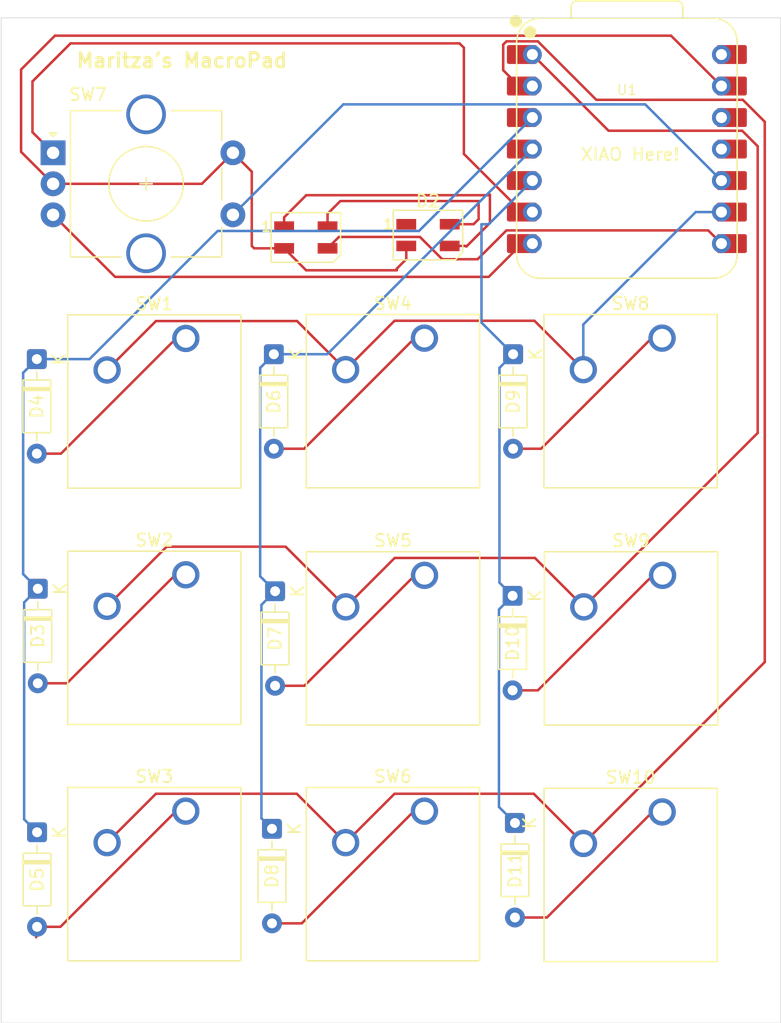
<source format=kicad_pcb>
(kicad_pcb (version 20241229) (generator "pcbnew") (generator_version "9.0")
  (layers (0 "F.Cu" signal) (2 "B.Cu" signal) (13 "F.Paste" user) (15 "B.Paste" user) (5 "F.SilkS" user "F.Silkscreen") (7 "B.SilkS" user "B.Silkscreen") (1 "F.Mask" user) (3 "B.Mask" user) (25 "Edge.Cuts" user))
  (net 0 "")
  (net 1 "Net-(D1-DOUT)")
  (net 2 "+5V")
  (net 3 "Net-(D1-DIN)")
  (net 4 "Net-(D3-K)")
  (net 5 "Net-(D3-A)")
  (net 6 "Net-(D4-A)")
  (net 7 "Net-(D5-A)")
  (net 8 "Net-(D6-K)")
  (net 9 "Net-(D6-A)")
  (net 10 "Net-(D7-A)")
  (net 11 "Net-(D8-A)")
  (net 12 "Net-(D10-K)")
  (net 13 "Net-(D9-A)")
  (net 14 "Net-(D10-A)")
  (net 15 "Net-(D11-A)")
  (net 16 "Net-(U1-GPIO2{slash}SCK)")
  (net 17 "Net-(U1-GPIO26{slash}ADC0{slash}A0)")
  (net 18 "Net-(U1-GPIO27{slash}ADC1{slash}A1)")
  (net 23 "Net-(U1-GPIO0{slash}TX)")
  (net 24 "Net-(U1-GPIO7{slash}SCL)")
  (net 25 "Net-(U1-GPIO4{slash}MISO)")
  (net 26 "Net-(D1-VSS)")
  (footprint "Diode_THT:D_DO-35_SOD27_P7.62mm_Horizontal" (layer "F.Cu") (at 111.99 120.45 -90)
    (property "Reference" "D5" (at 3.81 0 90) (layer "F.SilkS"))
    (property "Value" "1N4148")
    (fp_line (start 1.04 0) (end 1.69 0) (stroke (width 0.12)) (layer "F.SilkS"))
    (fp_line (start 6.58 0) (end 5.93 0) (stroke (width 0.12)) (layer "F.SilkS"))
    (fp_line (start 2.29 -1.12) (end 2.29 1.12) (stroke (width 0.12)) (layer "F.SilkS"))
    (fp_line (start 2.41 -1.12) (end 2.41 1.12) (stroke (width 0.12)) (layer "F.SilkS"))
    (fp_line (start 2.53 -1.12) (end 2.53 1.12) (stroke (width 0.12)) (layer "F.SilkS"))
    (fp_rect (start 1.69 -1.12) (end 5.93 1.12) (stroke (width 0.12)) (fill no) (layer "F.SilkS"))
    (fp_text user "K" (at 0 -1.8 90) (layer "F.SilkS"))
    (pad "1" thru_hole roundrect (at 0 0 270) (size 1.6 1.6) (drill 0.8) (layers "*.Cu" "*.Mask") (roundrect_rratio 0.15625) (net 4 "Net-(D3-K)"))
    (pad "2" thru_hole circle (at 7.62 0 270) (size 1.6 1.6) (drill 0.8) (layers "*.Cu" "*.Mask") (net 7 "Net-(D5-A)"))
  )
  (footprint "Button_Switch_Keyboard:SW_Cherry_MX_1.00u_PCB" (layer "F.Cu") (at 123.98375 80.645)
    (property "Reference" "SW1" (at -2.54 -2.794 0) (layer "F.SilkS"))
    (property "Value" "SW_Push")
    (fp_line (start -9.525 -1.905) (end 4.445 -1.905) (stroke (width 0.12)) (layer "F.SilkS"))
    (fp_line (start -9.525 12.065) (end -9.525 -1.905) (stroke (width 0.12)) (layer "F.SilkS"))
    (fp_line (start 4.445 -1.905) (end 4.445 12.065) (stroke (width 0.12)) (layer "F.SilkS"))
    (fp_line (start 4.445 12.065) (end -9.525 12.065) (stroke (width 0.12)) (layer "F.SilkS"))
    (pad "" np_thru_hole circle (at -7.62 5.08) (size 1.7 1.7) (drill 1.7) (layers "*.Cu" "*.Mask"))
    (pad "" np_thru_hole circle (at -2.54 5.08) (size 4 4) (drill 4) (layers "*.Cu" "*.Mask"))
    (pad "" np_thru_hole circle (at 2.54 5.08) (size 1.7 1.7) (drill 1.7) (layers "*.Cu" "*.Mask"))
    (pad "1" thru_hole circle (at 0 0) (size 2.2 2.2) (drill 1.5) (layers "*.Cu" "*.Mask") (net 6 "Net-(D4-A)"))
    (pad "2" thru_hole circle (at -6.35 2.54) (size 2.2 2.2) (drill 1.5) (layers "*.Cu" "*.Mask") (net 16 "Net-(U1-GPIO2{slash}SCK)"))
  )
  (footprint "Diode_THT:D_DO-35_SOD27_P7.62mm_Horizontal" (layer "F.Cu") (at 131.08 81.915 -90)
    (property "Reference" "D6" (at 3.81 0 90) (layer "F.SilkS"))
    (property "Value" "1N4148")
    (fp_line (start 1.04 0) (end 1.69 0) (stroke (width 0.12)) (layer "F.SilkS"))
    (fp_line (start 6.58 0) (end 5.93 0) (stroke (width 0.12)) (layer "F.SilkS"))
    (fp_line (start 2.29 -1.12) (end 2.29 1.12) (stroke (width 0.12)) (layer "F.SilkS"))
    (fp_line (start 2.41 -1.12) (end 2.41 1.12) (stroke (width 0.12)) (layer "F.SilkS"))
    (fp_line (start 2.53 -1.12) (end 2.53 1.12) (stroke (width 0.12)) (layer "F.SilkS"))
    (fp_rect (start 1.69 -1.12) (end 5.93 1.12) (stroke (width 0.12)) (fill no) (layer "F.SilkS"))
    (fp_text user "K" (at 0 -1.8 90) (layer "F.SilkS"))
    (pad "1" thru_hole roundrect (at 0 0 270) (size 1.6 1.6) (drill 0.8) (layers "*.Cu" "*.Mask") (roundrect_rratio 0.15625) (net 8 "Net-(D6-K)"))
    (pad "2" thru_hole circle (at 7.62 0 270) (size 1.6 1.6) (drill 0.8) (layers "*.Cu" "*.Mask") (net 9 "Net-(D6-A)"))
  )
  (footprint "Rotary_Encoder:RotaryEncoder_Alps_EC11E-Switch_Vertical_H20mm_CircularMountingHoles" (layer "F.Cu") (at 113.28 65.68)
    (property "Reference" "SW7" (at 2.8 -4.7 0) (layer "F.SilkS"))
    (property "Value" "RotaryEncoder_Switch")
    (fp_line (start -0.3 -1.6) (end 0.3 -1.6) (stroke (width 0.12)) (layer "F.SilkS"))
    (fp_line (start 0 -1.3) (end -0.3 -1.6) (stroke (width 0.12)) (layer "F.SilkS"))
    (fp_line (start 0.3 -1.6) (end 0 -1.3) (stroke (width 0.12)) (layer "F.SilkS"))
    (fp_line (start 1.4 -3.4) (end 1.4 8.4) (stroke (width 0.12)) (layer "F.SilkS"))
    (fp_line (start 5.5 -3.4) (end 1.4 -3.4) (stroke (width 0.12)) (layer "F.SilkS"))
    (fp_line (start 5.5 8.4) (end 1.4 8.4) (stroke (width 0.12)) (layer "F.SilkS"))
    (fp_line (start 7 2.5) (end 8 2.5) (stroke (width 0.12)) (layer "F.SilkS"))
    (fp_line (start 7.5 2) (end 7.5 3) (stroke (width 0.12)) (layer "F.SilkS"))
    (fp_line (start 9.5 -3.4) (end 13.6 -3.4) (stroke (width 0.12)) (layer "F.SilkS"))
    (fp_line (start 13.6 -3.4) (end 13.6 -1) (stroke (width 0.12)) (layer "F.SilkS"))
    (fp_line (start 13.6 1.2) (end 13.6 3.8) (stroke (width 0.12)) (layer "F.SilkS"))
    (fp_line (start 13.6 6) (end 13.6 8.4) (stroke (width 0.12)) (layer "F.SilkS"))
    (fp_line (start 13.6 8.4) (end 9.5 8.4) (stroke (width 0.12)) (layer "F.SilkS"))
    (fp_circle (center 7.5 2.5) (end 10.5 2.5) (stroke (width 0.12)) (fill no) (layer "F.SilkS"))
    (pad "A" thru_hole rect (at 0 0) (size 2 2) (drill 1) (layers "*.Cu" "*.Mask") (net 24 "Net-(U1-GPIO7{slash}SCL)"))
    (pad "B" thru_hole circle (at 0 5) (size 2 2) (drill 1) (layers "*.Cu" "*.Mask") (net 23 "Net-(U1-GPIO0{slash}TX)"))
    (pad "C" thru_hole circle (at 0 2.5) (size 2 2) (drill 1) (layers "*.Cu" "*.Mask") (net 26 "Net-(D1-VSS)"))
    (pad "MP" thru_hole circle (at 7.5 -3.1) (size 3.2 3.2) (drill 2.6) (layers "*.Cu" "*.Mask"))
    (pad "MP" thru_hole circle (at 7.5 8.1) (size 3.2 3.2) (drill 2.6) (layers "*.Cu" "*.Mask"))
    (pad "S1" thru_hole circle (at 14.5 5) (size 2 2) (drill 1) (layers "*.Cu" "*.Mask") (net 25 "Net-(U1-GPIO4{slash}MISO)"))
    (pad "S2" thru_hole circle (at 14.5 0) (size 2 2) (drill 1) (layers "*.Cu" "*.Mask") (net 26 "Net-(D1-VSS)"))
  )
  (footprint "Diode_THT:D_DO-35_SOD27_P7.62mm_Horizontal" (layer "F.Cu") (at 150.33 101.39 -90)
    (property "Reference" "D10" (at 3.81 0 90) (layer "F.SilkS"))
    (property "Value" "1N4148")
    (fp_line (start 1.04 0) (end 1.69 0) (stroke (width 0.12)) (layer "F.SilkS"))
    (fp_line (start 6.58 0) (end 5.93 0) (stroke (width 0.12)) (layer "F.SilkS"))
    (fp_line (start 2.29 -1.12) (end 2.29 1.12) (stroke (width 0.12)) (layer "F.SilkS"))
    (fp_line (start 2.41 -1.12) (end 2.41 1.12) (stroke (width 0.12)) (layer "F.SilkS"))
    (fp_line (start 2.53 -1.12) (end 2.53 1.12) (stroke (width 0.12)) (layer "F.SilkS"))
    (fp_rect (start 1.69 -1.12) (end 5.93 1.12) (stroke (width 0.12)) (fill no) (layer "F.SilkS"))
    (fp_text user "K" (at 0 -1.8 90) (layer "F.SilkS"))
    (pad "1" thru_hole roundrect (at 0 0 270) (size 1.6 1.6) (drill 0.8) (layers "*.Cu" "*.Mask") (roundrect_rratio 0.15625) (net 12 "Net-(D10-K)"))
    (pad "2" thru_hole circle (at 7.62 0 270) (size 1.6 1.6) (drill 0.8) (layers "*.Cu" "*.Mask") (net 14 "Net-(D10-A)"))
  )
  (footprint "Diode_THT:D_DO-35_SOD27_P7.62mm_Horizontal" (layer "F.Cu") (at 150.52 119.7 -90)
    (property "Reference" "D11" (at 3.81 0 90) (layer "F.SilkS"))
    (property "Value" "1N4148")
    (fp_line (start 1.04 0) (end 1.69 0) (stroke (width 0.12)) (layer "F.SilkS"))
    (fp_line (start 6.58 0) (end 5.93 0) (stroke (width 0.12)) (layer "F.SilkS"))
    (fp_line (start 2.29 -1.12) (end 2.29 1.12) (stroke (width 0.12)) (layer "F.SilkS"))
    (fp_line (start 2.41 -1.12) (end 2.41 1.12) (stroke (width 0.12)) (layer "F.SilkS"))
    (fp_line (start 2.53 -1.12) (end 2.53 1.12) (stroke (width 0.12)) (layer "F.SilkS"))
    (fp_rect (start 1.69 -1.12) (end 5.93 1.12) (stroke (width 0.12)) (fill no) (layer "F.SilkS"))
    (fp_text user "K" (at 0 -1.18 90) (layer "F.SilkS"))
    (pad "1" thru_hole roundrect (at 0 0 270) (size 1.6 1.6) (drill 0.8) (layers "*.Cu" "*.Mask") (roundrect_rratio 0.15625) (net 12 "Net-(D10-K)"))
    (pad "2" thru_hole circle (at 7.62 0 270) (size 1.6 1.6) (drill 0.8) (layers "*.Cu" "*.Mask") (net 15 "Net-(D11-A)"))
  )
  (footprint "Button_Switch_Keyboard:SW_Cherry_MX_1.00u_PCB" (layer "F.Cu") (at 143.23 99.74)
    (property "Reference" "SW5" (at -2.54 -2.794 0) (layer "F.SilkS"))
    (property "Value" "SW_Push")
    (fp_line (start -9.525 -1.905) (end 4.445 -1.905) (stroke (width 0.12)) (layer "F.SilkS"))
    (fp_line (start -9.525 12.065) (end -9.525 -1.905) (stroke (width 0.12)) (layer "F.SilkS"))
    (fp_line (start 4.445 -1.905) (end 4.445 12.065) (stroke (width 0.12)) (layer "F.SilkS"))
    (fp_line (start 4.445 12.065) (end -9.525 12.065) (stroke (width 0.12)) (layer "F.SilkS"))
    (pad "" np_thru_hole circle (at -7.62 5.08) (size 1.7 1.7) (drill 1.7) (layers "*.Cu" "*.Mask"))
    (pad "" np_thru_hole circle (at -2.54 5.08) (size 4 4) (drill 4) (layers "*.Cu" "*.Mask"))
    (pad "" np_thru_hole circle (at 2.54 5.08) (size 1.7 1.7) (drill 1.7) (layers "*.Cu" "*.Mask"))
    (pad "1" thru_hole circle (at 0 0) (size 2.2 2.2) (drill 1.5) (layers "*.Cu" "*.Mask") (net 10 "Net-(D7-A)"))
    (pad "2" thru_hole circle (at -6.35 2.54) (size 2.2 2.2) (drill 1.5) (layers "*.Cu" "*.Mask") (net 17 "Net-(U1-GPIO26{slash}ADC0{slash}A0)"))
  )
  (footprint "Diode_THT:D_DO-35_SOD27_P7.62mm_Horizontal" (layer "F.Cu") (at 150.37 81.915 -90)
    (property "Reference" "D9" (at 3.81 0 90) (layer "F.SilkS"))
    (property "Value" "1N4148")
    (fp_line (start 1.04 0) (end 1.69 0) (stroke (width 0.12)) (layer "F.SilkS"))
    (fp_line (start 6.58 0) (end 5.93 0) (stroke (width 0.12)) (layer "F.SilkS"))
    (fp_line (start 2.29 -1.12) (end 2.29 1.12) (stroke (width 0.12)) (layer "F.SilkS"))
    (fp_line (start 2.41 -1.12) (end 2.41 1.12) (stroke (width 0.12)) (layer "F.SilkS"))
    (fp_line (start 2.53 -1.12) (end 2.53 1.12) (stroke (width 0.12)) (layer "F.SilkS"))
    (fp_rect (start 1.69 -1.12) (end 5.93 1.12) (stroke (width 0.12)) (fill no) (layer "F.SilkS"))
    (fp_text user "K" (at 0 -1.8 90) (layer "F.SilkS"))
    (pad "1" thru_hole roundrect (at 0 0 270) (size 1.6 1.6) (drill 0.8) (layers "*.Cu" "*.Mask") (roundrect_rratio 0.15625) (net 12 "Net-(D10-K)"))
    (pad "2" thru_hole circle (at 7.62 0 270) (size 1.6 1.6) (drill 0.8) (layers "*.Cu" "*.Mask") (net 13 "Net-(D9-A)"))
  )
  (footprint "Button_Switch_Keyboard:SW_Cherry_MX_1.00u_PCB" (layer "F.Cu") (at 162.42 99.74)
    (property "Reference" "SW9" (at -2.54 -2.794 0) (layer "F.SilkS"))
    (property "Value" "SW_Push")
    (fp_line (start -9.525 -1.905) (end 4.445 -1.905) (stroke (width 0.12)) (layer "F.SilkS"))
    (fp_line (start -9.525 12.065) (end -9.525 -1.905) (stroke (width 0.12)) (layer "F.SilkS"))
    (fp_line (start 4.445 -1.905) (end 4.445 12.065) (stroke (width 0.12)) (layer "F.SilkS"))
    (fp_line (start 4.445 12.065) (end -9.525 12.065) (stroke (width 0.12)) (layer "F.SilkS"))
    (pad "" np_thru_hole circle (at -7.62 5.08) (size 1.7 1.7) (drill 1.7) (layers "*.Cu" "*.Mask"))
    (pad "" np_thru_hole circle (at -2.54 5.08) (size 4 4) (drill 4) (layers "*.Cu" "*.Mask"))
    (pad "" np_thru_hole circle (at 2.54 5.08) (size 1.7 1.7) (drill 1.7) (layers "*.Cu" "*.Mask"))
    (pad "1" thru_hole circle (at 0 0) (size 2.2 2.2) (drill 1.5) (layers "*.Cu" "*.Mask") (net 14 "Net-(D10-A)"))
    (pad "2" thru_hole circle (at -6.35 2.54) (size 2.2 2.2) (drill 1.5) (layers "*.Cu" "*.Mask") (net 17 "Net-(U1-GPIO26{slash}ADC0{slash}A0)"))
  )
  (footprint "Diode_THT:D_DO-35_SOD27_P7.62mm_Horizontal" (layer "F.Cu") (at 131.18 101.02 -90)
    (property "Reference" "D7" (at 3.81 0 90) (layer "F.SilkS"))
    (property "Value" "1N4148")
    (fp_line (start 1.04 0) (end 1.69 0) (stroke (width 0.12)) (layer "F.SilkS"))
    (fp_line (start 6.58 0) (end 5.93 0) (stroke (width 0.12)) (layer "F.SilkS"))
    (fp_line (start 2.29 -1.12) (end 2.29 1.12) (stroke (width 0.12)) (layer "F.SilkS"))
    (fp_line (start 2.41 -1.12) (end 2.41 1.12) (stroke (width 0.12)) (layer "F.SilkS"))
    (fp_line (start 2.53 -1.12) (end 2.53 1.12) (stroke (width 0.12)) (layer "F.SilkS"))
    (fp_rect (start 1.69 -1.12) (end 5.93 1.12) (stroke (width 0.12)) (fill no) (layer "F.SilkS"))
    (fp_text user "K" (at 0 -1.8 90) (layer "F.SilkS"))
    (pad "1" thru_hole roundrect (at 0 0 270) (size 1.6 1.6) (drill 0.8) (layers "*.Cu" "*.Mask") (roundrect_rratio 0.15625) (net 8 "Net-(D6-K)"))
    (pad "2" thru_hole circle (at 7.62 0 270) (size 1.6 1.6) (drill 0.8) (layers "*.Cu" "*.Mask") (net 10 "Net-(D7-A)"))
  )
  (footprint "Button_Switch_Keyboard:SW_Cherry_MX_1.00u_PCB" (layer "F.Cu") (at 143.22 118.745)
    (property "Reference" "SW6" (at -2.54 -2.794 0) (layer "F.SilkS"))
    (property "Value" "SW_Push")
    (fp_line (start -9.525 -1.905) (end 4.445 -1.905) (stroke (width 0.12)) (layer "F.SilkS"))
    (fp_line (start -9.525 12.065) (end -9.525 -1.905) (stroke (width 0.12)) (layer "F.SilkS"))
    (fp_line (start 4.445 -1.905) (end 4.445 12.065) (stroke (width 0.12)) (layer "F.SilkS"))
    (fp_line (start 4.445 12.065) (end -9.525 12.065) (stroke (width 0.12)) (layer "F.SilkS"))
    (pad "" np_thru_hole circle (at -7.62 5.08) (size 1.7 1.7) (drill 1.7) (layers "*.Cu" "*.Mask"))
    (pad "" np_thru_hole circle (at -2.54 5.08) (size 4 4) (drill 4) (layers "*.Cu" "*.Mask"))
    (pad "" np_thru_hole circle (at 2.54 5.08) (size 1.7 1.7) (drill 1.7) (layers "*.Cu" "*.Mask"))
    (pad "1" thru_hole circle (at 0 0) (size 2.2 2.2) (drill 1.5) (layers "*.Cu" "*.Mask") (net 11 "Net-(D8-A)"))
    (pad "2" thru_hole circle (at -6.35 2.54) (size 2.2 2.2) (drill 1.5) (layers "*.Cu" "*.Mask") (net 18 "Net-(U1-GPIO27{slash}ADC1{slash}A1)"))
  )
  (footprint "Button_Switch_Keyboard:SW_Cherry_MX_1.00u_PCB" (layer "F.Cu") (at 143.22 80.62)
    (property "Reference" "SW4" (at -2.54 -2.794 0) (layer "F.SilkS"))
    (property "Value" "SW_Push")
    (fp_line (start -9.525 -1.905) (end 4.445 -1.905) (stroke (width 0.12)) (layer "F.SilkS"))
    (fp_line (start -9.525 12.065) (end -9.525 -1.905) (stroke (width 0.12)) (layer "F.SilkS"))
    (fp_line (start 4.445 -1.905) (end 4.445 12.065) (stroke (width 0.12)) (layer "F.SilkS"))
    (fp_line (start 4.445 12.065) (end -9.525 12.065) (stroke (width 0.12)) (layer "F.SilkS"))
    (pad "" np_thru_hole circle (at -7.62 5.08) (size 1.7 1.7) (drill 1.7) (layers "*.Cu" "*.Mask"))
    (pad "" np_thru_hole circle (at -2.54 5.08) (size 4 4) (drill 4) (layers "*.Cu" "*.Mask"))
    (pad "" np_thru_hole circle (at 2.54 5.08) (size 1.7 1.7) (drill 1.7) (layers "*.Cu" "*.Mask"))
    (pad "1" thru_hole circle (at 0 0) (size 2.2 2.2) (drill 1.5) (layers "*.Cu" "*.Mask") (net 9 "Net-(D6-A)"))
    (pad "2" thru_hole circle (at -6.35 2.54) (size 2.2 2.2) (drill 1.5) (layers "*.Cu" "*.Mask") (net 16 "Net-(U1-GPIO2{slash}SCK)"))
  )
  (footprint "Seeed Studio XIAO Series Library:XIAO-RP2040-DIP" (layer "F.Cu") (at 159.54375 65.3785)
    (property "Reference" "U1" (at 0 -4.7625 0) (layer "F.SilkS") (effects (font (size 0.8 0.8) (thickness 0.1016))))
    (property "Value" "XIAO-RP2040-DIP")
    (fp_line (start -8.89 8.509) (end -8.89 -8.636) (stroke (width 0.127)) (layer "F.SilkS"))
    (fp_line (start -6.985 10.414) (end 6.985 10.414) (stroke (width 0.127)) (layer "F.SilkS"))
    (fp_line (start -4.495 -10.541) (end -4.491272 -11.451272) (stroke (width 0.127)) (layer "F.SilkS"))
    (fp_line (start -3.991272 -11.951) (end 4.004 -11.951) (stroke (width 0.127)) (layer "F.SilkS"))
    (fp_line (start 4.504 -11.451) (end 4.504 -10.541) (stroke (width 0.127)) (layer "F.SilkS"))
    (fp_line (start 6.985 -10.541) (end -6.985 -10.541) (stroke (width 0.1)) (layer "F.SilkS"))
    (fp_line (start 6.985 -10.541) (end -6.985 -10.541) (stroke (width 0.127)) (layer "F.SilkS"))
    (fp_line (start 8.89 8.509) (end 8.89 -8.636) (stroke (width 0.127)) (layer "F.SilkS"))
    (fp_arc (start -8.89 -8.636) (mid -8.332038 -9.983038) (end -6.985 -10.541) (stroke (width 0.127)) (layer "F.SilkS"))
    (fp_arc (start -6.985 10.414) (mid -8.332038 9.856038) (end -8.89 8.509) (stroke (width 0.127)) (layer "F.SilkS"))
    (fp_arc (start -4.491272 -11.451272) (mid -4.344728 -11.80464) (end -3.991272 -11.951) (stroke (width 0.127)) (layer "F.SilkS"))
    (fp_arc (start 4.004 -11.951) (mid 4.357553 -11.804553) (end 4.504 -11.451) (stroke (width 0.127)) (layer "F.SilkS"))
    (fp_arc (start 6.985 -10.541) (mid 8.332038 -9.983038) (end 8.89 -8.636) (stroke (width 0.127)) (layer "F.SilkS"))
    (fp_arc (start 8.89 8.509) (mid 8.332038 9.856038) (end 6.985 10.414) (stroke (width 0.127)) (layer "F.SilkS"))
    (fp_circle (center -8.95 -10.3) (end -8.95 -10.554) (stroke (width 0.5)) (fill yes) (layer "F.SilkS"))
    (fp_circle (center -7.807 -9.42) (end -7.807 -9.674) (stroke (width 0.5)) (fill yes) (layer "F.SilkS"))
    (pad "1" smd roundrect (at -8.455 -7.62 180) (size 2.432 1.524) (layers "F.Cu" "F.Mask") (roundrect_rratio 0.1) (net 17 "Net-(U1-GPIO26{slash}ADC0{slash}A0)"))
    (pad "1" thru_hole circle (at -7.62 -7.62 180) (size 1.524 1.524) (drill 0.889) (layers "*.Cu" "*.Mask") (net 17 "Net-(U1-GPIO26{slash}ADC0{slash}A0)"))
    (pad "2" smd roundrect (at -8.455 -5.08 180) (size 2.432 1.524) (layers "F.Cu" "F.Mask") (roundrect_rratio 0.1) (net 18 "Net-(U1-GPIO27{slash}ADC1{slash}A1)"))
    (pad "2" thru_hole circle (at -7.62 -5.08 180) (size 1.524 1.524) (drill 0.889) (layers "*.Cu" "*.Mask") (net 18 "Net-(U1-GPIO27{slash}ADC1{slash}A1)"))
    (pad "3" smd roundrect (at -8.455 -2.54 180) (size 2.432 1.524) (layers "F.Cu" "F.Mask") (roundrect_rratio 0.1) (net 4 "Net-(D3-K)"))
    (pad "3" thru_hole circle (at -7.62 -2.54 180) (size 1.524 1.524) (drill 0.889) (layers "*.Cu" "*.Mask") (net 4 "Net-(D3-K)"))
    (pad "4" smd roundrect (at -8.455 0 180) (size 2.432 1.524) (layers "F.Cu" "F.Mask") (roundrect_rratio 0.1) (net 8 "Net-(D6-K)"))
    (pad "4" thru_hole circle (at -7.62 0 180) (size 1.524 1.524) (drill 0.889) (layers "*.Cu" "*.Mask") (net 8 "Net-(D6-K)"))
    (pad "5" smd roundrect (at -8.455 2.54 180) (size 2.432 1.524) (layers "F.Cu" "F.Mask") (roundrect_rratio 0.1) (net 12 "Net-(D10-K)"))
    (pad "5" thru_hole circle (at -7.62 2.54 180) (size 1.524 1.524) (drill 0.889) (layers "*.Cu" "*.Mask") (net 12 "Net-(D10-K)"))
    (pad "6" smd roundrect (at -8.455 5.08 180) (size 2.432 1.524) (layers "F.Cu" "F.Mask") (roundrect_rratio 0.1) (net 24 "Net-(U1-GPIO7{slash}SCL)"))
    (pad "6" thru_hole circle (at -7.62 5.08 180) (size 1.524 1.524) (drill 0.889) (layers "*.Cu" "*.Mask") (net 24 "Net-(U1-GPIO7{slash}SCL)"))
    (pad "7" smd roundrect (at -8.455 7.62 180) (size 2.432 1.524) (layers "F.Cu" "F.Mask") (roundrect_rratio 0.1) (net 23 "Net-(U1-GPIO0{slash}TX)"))
    (pad "7" thru_hole circle (at -7.62 7.62 180) (size 1.524 1.524) (drill 0.889) (layers "*.Cu" "*.Mask") (net 23 "Net-(U1-GPIO0{slash}TX)"))
    (pad "8" thru_hole circle (at 7.62 7.62) (size 1.524 1.524) (drill 0.889) (layers "*.Cu" "*.Mask") (net 3 "Net-(D1-DIN)"))
    (pad "8" smd roundrect (at 8.455 7.62) (size 2.432 1.524) (layers "F.Cu" "F.Mask") (roundrect_rratio 0.1) (net 3 "Net-(D1-DIN)"))
    (pad "9" thru_hole circle (at 7.62 5.08) (size 1.524 1.524) (drill 0.889) (layers "*.Cu" "*.Mask") (net 16 "Net-(U1-GPIO2{slash}SCK)"))
    (pad "9" smd roundrect (at 8.455 5.08) (size 2.432 1.524) (layers "F.Cu" "F.Mask") (roundrect_rratio 0.1) (net 16 "Net-(U1-GPIO2{slash}SCK)"))
    (pad "10" thru_hole circle (at 7.62 2.54) (size 1.524 1.524) (drill 0.889) (layers "*.Cu" "*.Mask") (net 25 "Net-(U1-GPIO4{slash}MISO)"))
    (pad "10" smd roundrect (at 8.455 2.54) (size 2.432 1.524) (layers "F.Cu" "F.Mask") (roundrect_rratio 0.1) (net 25 "Net-(U1-GPIO4{slash}MISO)"))
    (pad "11" thru_hole circle (at 7.62 0) (size 1.524 1.524) (drill 0.889) (layers "*.Cu" "*.Mask"))
    (pad "11" smd roundrect (at 8.455 0) (size 2.432 1.524) (layers "F.Cu" "F.Mask") (roundrect_rratio 0.1))
    (pad "12" thru_hole circle (at 7.62 -2.54) (size 1.524 1.524) (drill 0.889) (layers "*.Cu" "*.Mask"))
    (pad "12" smd roundrect (at 8.455 -2.54) (size 2.432 1.524) (layers "F.Cu" "F.Mask") (roundrect_rratio 0.1))
    (pad "13" thru_hole circle (at 7.62 -5.08) (size 1.524 1.524) (drill 0.889) (layers "*.Cu" "*.Mask") (net 26 "Net-(D1-VSS)"))
    (pad "13" smd roundrect (at 8.455 -5.08) (size 2.432 1.524) (layers "F.Cu" "F.Mask") (roundrect_rratio 0.1) (net 26 "Net-(D1-VSS)"))
    (pad "14" thru_hole circle (at 7.62 -7.62) (size 1.524 1.524) (drill 0.889) (layers "*.Cu" "*.Mask"))
    (pad "14" smd roundrect (at 8.455 -7.62) (size 2.432 1.524) (layers "F.Cu" "F.Mask") (roundrect_rratio 0.1))
  )
  (footprint "Diode_THT:D_DO-35_SOD27_P7.62mm_Horizontal" (layer "F.Cu") (at 111.97 82.31 -90)
    (property "Reference" "D4" (at 3.81 0 90) (layer "F.SilkS"))
    (property "Value" "1N4148")
    (fp_line (start 1.04 0) (end 1.69 0) (stroke (width 0.12)) (layer "F.SilkS"))
    (fp_line (start 6.58 0) (end 5.93 0) (stroke (width 0.12)) (layer "F.SilkS"))
    (fp_line (start 2.29 -1.12) (end 2.29 1.12) (stroke (width 0.12)) (layer "F.SilkS"))
    (fp_line (start 2.41 -1.12) (end 2.41 1.12) (stroke (width 0.12)) (layer "F.SilkS"))
    (fp_line (start 2.53 -1.12) (end 2.53 1.12) (stroke (width 0.12)) (layer "F.SilkS"))
    (fp_rect (start 1.69 -1.12) (end 5.93 1.12) (stroke (width 0.12)) (fill no) (layer "F.SilkS"))
    (fp_text user "K" (at 0 -1.8 90) (layer "F.SilkS"))
    (pad "1" thru_hole roundrect (at 0 0 270) (size 1.6 1.6) (drill 0.8) (layers "*.Cu" "*.Mask") (roundrect_rratio 0.15625) (net 4 "Net-(D3-K)"))
    (pad "2" thru_hole circle (at 7.62 0 270) (size 1.6 1.6) (drill 0.8) (layers "*.Cu" "*.Mask") (net 6 "Net-(D4-A)"))
  )
  (footprint "LED_SMD:LED_SK6812MINI_PLCC4_3.5x3.5mm_P1.75mm" (layer "F.Cu") (at 133.66 72.505)
    (property "Reference" "D1" (hide yes))
    (property "Value" "SK6812MINI")
    (fp_line (start -2.8 -2) (end -2.8 2) (stroke (width 0.12)) (layer "F.SilkS"))
    (fp_line (start -2.8 -2) (end 2.8 -2) (stroke (width 0.12)) (layer "F.SilkS"))
    (fp_line (start -2.8 2) (end 2.2 2) (stroke (width 0.12)) (layer "F.SilkS"))
    (fp_line (start 2.8 1.4) (end 2.2 2) (stroke (width 0.12)) (layer "F.SilkS"))
    (fp_line (start 2.8 1.4) (end 2.8 -2) (stroke (width 0.12)) (layer "F.SilkS"))
    (fp_text user "1" (at -3.2 -0.875 0) (layer "F.SilkS") (effects (font (size 0.8 0.8))))
    (pad "1" smd rect (at -1.75 -0.875) (size 1.6 0.85) (layers "F.Cu" "F.Mask" "F.Paste") (net 1 "Net-(D1-DOUT)"))
    (pad "2" smd rect (at -1.75 0.875) (size 1.6 0.85) (layers "F.Cu" "F.Mask" "F.Paste") (net 26 "Net-(D1-VSS)"))
    (pad "3" smd rect (at 1.75 0.875) (size 1.6 0.85) (layers "F.Cu" "F.Mask" "F.Paste") (net 3 "Net-(D1-DIN)"))
    (pad "4" smd rect (at 1.75 -0.875) (size 1.6 0.85) (layers "F.Cu" "F.Mask" "F.Paste") (net 2 "+5V"))
  )
  (footprint "Button_Switch_Keyboard:SW_Cherry_MX_1.00u_PCB" (layer "F.Cu") (at 123.98375 118.745)
    (property "Reference" "SW3" (at -2.54 -2.794 0) (layer "F.SilkS"))
    (property "Value" "SW_Push")
    (fp_line (start -9.525 -1.905) (end 4.445 -1.905) (stroke (width 0.12)) (layer "F.SilkS"))
    (fp_line (start -9.525 12.065) (end -9.525 -1.905) (stroke (width 0.12)) (layer "F.SilkS"))
    (fp_line (start 4.445 -1.905) (end 4.445 12.065) (stroke (width 0.12)) (layer "F.SilkS"))
    (fp_line (start 4.445 12.065) (end -9.525 12.065) (stroke (width 0.12)) (layer "F.SilkS"))
    (pad "" np_thru_hole circle (at -7.62 5.08) (size 1.7 1.7) (drill 1.7) (layers "*.Cu" "*.Mask"))
    (pad "" np_thru_hole circle (at -2.54 5.08) (size 4 4) (drill 4) (layers "*.Cu" "*.Mask"))
    (pad "" np_thru_hole circle (at 2.54 5.08) (size 1.7 1.7) (drill 1.7) (layers "*.Cu" "*.Mask"))
    (pad "1" thru_hole circle (at 0 0) (size 2.2 2.2) (drill 1.5) (layers "*.Cu" "*.Mask") (net 7 "Net-(D5-A)"))
    (pad "2" thru_hole circle (at -6.35 2.54) (size 2.2 2.2) (drill 1.5) (layers "*.Cu" "*.Mask") (net 18 "Net-(U1-GPIO27{slash}ADC1{slash}A1)"))
  )
  (footprint "Diode_THT:D_DO-35_SOD27_P7.62mm_Horizontal" (layer "F.Cu") (at 112.05 100.82 -90)
    (property "Reference" "D3" (at 3.81 0 90) (layer "F.SilkS"))
    (property "Value" "1N4148")
    (fp_line (start 1.04 0) (end 1.69 0) (stroke (width 0.12)) (layer "F.SilkS"))
    (fp_line (start 6.58 0) (end 5.93 0) (stroke (width 0.12)) (layer "F.SilkS"))
    (fp_line (start 2.29 -1.12) (end 2.29 1.12) (stroke (width 0.12)) (layer "F.SilkS"))
    (fp_line (start 2.41 -1.12) (end 2.41 1.12) (stroke (width 0.12)) (layer "F.SilkS"))
    (fp_line (start 2.53 -1.12) (end 2.53 1.12) (stroke (width 0.12)) (layer "F.SilkS"))
    (fp_rect (start 1.69 -1.12) (end 5.93 1.12) (stroke (width 0.12)) (fill no) (layer "F.SilkS"))
    (fp_text user "K" (at 0 -1.8 90) (layer "F.SilkS"))
    (pad "1" thru_hole roundrect (at 0 0 270) (size 1.6 1.6) (drill 0.8) (layers "*.Cu" "*.Mask") (roundrect_rratio 0.15625) (net 4 "Net-(D3-K)"))
    (pad "2" thru_hole circle (at 7.62 0 270) (size 1.6 1.6) (drill 0.8) (layers "*.Cu" "*.Mask") (net 5 "Net-(D3-A)"))
  )
  (footprint "Diode_THT:D_DO-35_SOD27_P7.62mm_Horizontal" (layer "F.Cu") (at 130.93 120.17 -90)
    (property "Reference" "D8" (at 3.81 0 90) (layer "F.SilkS"))
    (property "Value" "1N4148")
    (fp_line (start 1.04 0) (end 1.69 0) (stroke (width 0.12)) (layer "F.SilkS"))
    (fp_line (start 6.58 0) (end 5.93 0) (stroke (width 0.12)) (layer "F.SilkS"))
    (fp_line (start 2.29 -1.12) (end 2.29 1.12) (stroke (width 0.12)) (layer "F.SilkS"))
    (fp_line (start 2.41 -1.12) (end 2.41 1.12) (stroke (width 0.12)) (layer "F.SilkS"))
    (fp_line (start 2.53 -1.12) (end 2.53 1.12) (stroke (width 0.12)) (layer "F.SilkS"))
    (fp_rect (start 1.69 -1.12) (end 5.93 1.12) (stroke (width 0.12)) (fill no) (layer "F.SilkS"))
    (fp_text user "K" (at 0 -1.8 90) (layer "F.SilkS"))
    (pad "1" thru_hole roundrect (at 0 0 270) (size 1.6 1.6) (drill 0.8) (layers "*.Cu" "*.Mask") (roundrect_rratio 0.15625) (net 8 "Net-(D6-K)"))
    (pad "2" thru_hole circle (at 7.62 0 270) (size 1.6 1.6) (drill 0.8) (layers "*.Cu" "*.Mask") (net 11 "Net-(D8-A)"))
  )
  (footprint "Button_Switch_Keyboard:SW_Cherry_MX_1.00u_PCB" (layer "F.Cu") (at 123.98375 99.695)
    (property "Reference" "SW2" (at -2.54 -2.794 0) (layer "F.SilkS"))
    (property "Value" "SW_Push")
    (fp_line (start -9.525 -1.905) (end 4.445 -1.905) (stroke (width 0.12)) (layer "F.SilkS"))
    (fp_line (start -9.525 12.065) (end -9.525 -1.905) (stroke (width 0.12)) (layer "F.SilkS"))
    (fp_line (start 4.445 -1.905) (end 4.445 12.065) (stroke (width 0.12)) (layer "F.SilkS"))
    (fp_line (start 4.445 12.065) (end -9.525 12.065) (stroke (width 0.12)) (layer "F.SilkS"))
    (pad "" np_thru_hole circle (at -7.62 5.08) (size 1.7 1.7) (drill 1.7) (layers "*.Cu" "*.Mask"))
    (pad "" np_thru_hole circle (at -2.54 5.08) (size 4 4) (drill 4) (layers "*.Cu" "*.Mask"))
    (pad "" np_thru_hole circle (at 2.54 5.08) (size 1.7 1.7) (drill 1.7) (layers "*.Cu" "*.Mask"))
    (pad "1" thru_hole circle (at 0 0) (size 2.2 2.2) (drill 1.5) (layers "*.Cu" "*.Mask") (net 5 "Net-(D3-A)"))
    (pad "2" thru_hole circle (at -6.35 2.54) (size 2.2 2.2) (drill 1.5) (layers "*.Cu" "*.Mask") (net 17 "Net-(U1-GPIO26{slash}ADC0{slash}A0)"))
  )
  (footprint "Button_Switch_Keyboard:SW_Cherry_MX_1.00u_PCB" (layer "F.Cu") (at 162.38 80.62)
    (property "Reference" "SW8" (at -2.54 -2.794 0) (layer "F.SilkS"))
    (property "Value" "SW_Push")
    (fp_line (start -9.525 -1.905) (end 4.445 -1.905) (stroke (width 0.12)) (layer "F.SilkS"))
    (fp_line (start -9.525 12.065) (end -9.525 -1.905) (stroke (width 0.12)) (layer "F.SilkS"))
    (fp_line (start 4.445 -1.905) (end 4.445 12.065) (stroke (width 0.12)) (layer "F.SilkS"))
    (fp_line (start 4.445 12.065) (end -9.525 12.065) (stroke (width 0.12)) (layer "F.SilkS"))
    (pad "" np_thru_hole circle (at -7.62 5.08) (size 1.7 1.7) (drill 1.7) (layers "*.Cu" "*.Mask"))
    (pad "" np_thru_hole circle (at -2.54 5.08) (size 4 4) (drill 4) (layers "*.Cu" "*.Mask"))
    (pad "" np_thru_hole circle (at 2.54 5.08) (size 1.7 1.7) (drill 1.7) (layers "*.Cu" "*.Mask"))
    (pad "1" thru_hole circle (at 0 0) (size 2.2 2.2) (drill 1.5) (layers "*.Cu" "*.Mask") (net 13 "Net-(D9-A)"))
    (pad "2" thru_hole circle (at -6.35 2.54) (size 2.2 2.2) (drill 1.5) (layers "*.Cu" "*.Mask") (net 16 "Net-(U1-GPIO2{slash}SCK)"))
  )
  (footprint "LED_SMD:LED_SK6812MINI_PLCC4_3.5x3.5mm_P1.75mm" (layer "F.Cu") (at 143.50625 72.3125)
    (property "Reference" "D2" (at 0 -2.75 0) (layer "F.SilkS"))
    (property "Value" "SK6812MINI")
    (fp_line (start -2.8 -2) (end -2.8 2) (stroke (width 0.12)) (layer "F.SilkS"))
    (fp_line (start -2.8 -2) (end 2.8 -2) (stroke (width 0.12)) (layer "F.SilkS"))
    (fp_line (start -2.8 2) (end 2.2 2) (stroke (width 0.12)) (layer "F.SilkS"))
    (fp_line (start 2.8 1.4) (end 2.2 2) (stroke (width 0.12)) (layer "F.SilkS"))
    (fp_line (start 2.8 1.4) (end 2.8 -2) (stroke (width 0.12)) (layer "F.SilkS"))
    (fp_text user "1" (at -3.2 -0.875 0) (layer "F.SilkS") (effects (font (size 0.8 0.8))))
    (pad "1" smd rect (at -1.75 -0.875) (size 1.6 0.85) (layers "F.Cu" "F.Mask" "F.Paste"))
    (pad "2" smd rect (at -1.75 0.875) (size 1.6 0.85) (layers "F.Cu" "F.Mask" "F.Paste") (net 26 "Net-(D1-VSS)"))
    (pad "3" smd rect (at 1.75 0.875) (size 1.6 0.85) (layers "F.Cu" "F.Mask" "F.Paste") (net 1 "Net-(D1-DOUT)"))
    (pad "4" smd rect (at 1.75 -0.875) (size 1.6 0.85) (layers "F.Cu" "F.Mask" "F.Paste") (net 2 "+5V"))
  )
  (footprint "Button_Switch_Keyboard:SW_Cherry_MX_1.00u_PCB" (layer "F.Cu") (at 162.39 118.81)
    (property "Reference" "SW10" (at -2.54 -2.794 0) (layer "F.SilkS"))
    (property "Value" "SW_Push")
    (fp_line (start -9.525 -1.905) (end 4.445 -1.905) (stroke (width 0.12)) (layer "F.SilkS"))
    (fp_line (start -9.525 12.065) (end -9.525 -1.905) (stroke (width 0.12)) (layer "F.SilkS"))
    (fp_line (start 4.445 -1.905) (end 4.445 12.065) (stroke (width 0.12)) (layer "F.SilkS"))
    (fp_line (start 4.445 12.065) (end -9.525 12.065) (stroke (width 0.12)) (layer "F.SilkS"))
    (pad "" np_thru_hole circle (at -7.62 5.08) (size 1.7 1.7) (drill 1.7) (layers "*.Cu" "*.Mask"))
    (pad "" np_thru_hole circle (at -2.54 5.08) (size 4 4) (drill 4) (layers "*.Cu" "*.Mask"))
    (pad "" np_thru_hole circle (at 2.54 5.08) (size 1.7 1.7) (drill 1.7) (layers "*.Cu" "*.Mask"))
    (pad "1" thru_hole circle (at 0 0) (size 2.2 2.2) (drill 1.5) (layers "*.Cu" "*.Mask") (net 15 "Net-(D11-A)"))
    (pad "2" thru_hole circle (at -6.35 2.54) (size 2.2 2.2) (drill 1.5) (layers "*.Cu" "*.Mask") (net 18 "Net-(U1-GPIO27{slash}ADC1{slash}A1)"))
  )
  (gr_rect (start 109.1 54.8) (end 171.95 135.8125) (stroke (width 0.05)) (fill no) (layer "Edge.Cuts"))
  (gr_text "XIAO Here!" (at 155.73 66.39 0) (layer "F.SilkS") (effects (font (size 1 1)) (justify left bottom)))
  (gr_text "Maritza's MacroPad" (at 115.06 58.91 0) (layer "F.SilkS") (effects (font (size 1.15 1.15) (thickness 0.23) (bold yes)) (justify left bottom)))
  (segment (start 146.6 73.24) (end 146.5475 73.1875) (width 0.2) (layer "F.Cu") (net 1))
  (segment (start 133.69 69.1) (end 148.46 69.1) (width 0.2) (layer "F.Cu") (net 1))
  (segment (start 148.5 71.34) (end 146.6 73.24) (width 0.2) (layer "F.Cu") (net 1))
  (segment (start 146.5475 73.1875) (end 145.25625 73.1875) (width 0.2) (layer "F.Cu") (net 1))
  (segment (start 131.91 71.63) (end 131.91 70.88) (width 0.2) (layer "F.Cu") (net 1))
  (segment (start 148.46 69.1) (end 148.5 69.06) (width 0.2) (layer "F.Cu") (net 1))
  (segment (start 131.91 70.88) (end 133.69 69.1) (width 0.2) (layer "F.Cu") (net 1))
  (segment (start 148.5 69.06) (end 148.5 71.34) (width 0.2) (layer "F.Cu") (net 1))
  (segment (start 135.41 71.63) (end 135.41 70.6) (width 0.2) (layer "F.Cu") (net 2))
  (segment (start 147.1825 71.4375) (end 145.25625 71.4375) (width 0.2) (layer "F.Cu") (net 2))
  (segment (start 147.59 71.03) (end 147.1825 71.4375) (width 0.2) (layer "F.Cu") (net 2))
  (segment (start 135.41 70.6) (end 136.44 69.57) (width 0.2) (layer "F.Cu") (net 2))
  (segment (start 136.44 69.57) (end 147.59 69.57) (width 0.2) (layer "F.Cu") (net 2))
  (segment (start 147.59 69.57) (end 147.59 71.03) (width 0.2) (layer "F.Cu") (net 2))
  (segment (start 135.41 73.38) (end 136.3285 72.4615) (width 0.2) (layer "F.Cu") (net 3))
  (segment (start 136.3285 72.4615) (end 142.85725 72.4615) (width 0.2) (layer "F.Cu") (net 3))
  (segment (start 147.508624 74.26) (end 149.833124 71.9355) (width 0.2) (layer "F.Cu") (net 3))
  (segment (start 142.85725 72.4615) (end 144.65575 74.26) (width 0.2) (layer "F.Cu") (net 3))
  (segment (start 135.41 73.38) (end 135.41 73.4975) (width 0.2) (layer "F.Cu") (net 3))
  (segment (start 166.10075 71.9355) (end 167.16375 72.9985) (width 0.2) (layer "F.Cu") (net 3))
  (segment (start 167.16375 72.9985) (end 167.99875 72.9985) (width 0.2) (layer "F.Cu") (net 3))
  (segment (start 144.65575 74.26) (end 147.508624 74.26) (width 0.2) (layer "F.Cu") (net 3))
  (segment (start 149.833124 71.9355) (end 166.10075 71.9355) (width 0.2) (layer "F.Cu") (net 3))
  (segment (start 126.549 71.981) (end 142.78125 71.981) (width 0.2) (layer "B.Cu") (net 4))
  (segment (start 142.78125 71.981) (end 151.92375 62.8385) (width 0.2) (layer "B.Cu") (net 4))
  (segment (start 112.05 100.82) (end 110.949 101.921) (width 0.2) (layer "B.Cu") (net 4))
  (segment (start 116.22 82.31) (end 126.549 71.981) (width 0.2) (layer "B.Cu") (net 4))
  (segment (start 110.949 101.921) (end 110.949 119.409) (width 0.2) (layer "B.Cu") (net 4))
  (segment (start 110.949 119.409) (end 111.99 120.45) (width 0.2) (layer "B.Cu") (net 4))
  (segment (start 110.869 99.639) (end 112.05 100.82) (width 0.2) (layer "B.Cu") (net 4))
  (segment (start 111.97 82.31) (end 110.869 83.411) (width 0.2) (layer "B.Cu") (net 4))
  (segment (start 111.97 82.31) (end 116.22 82.31) (width 0.2) (layer "B.Cu") (net 4))
  (segment (start 110.869 83.411) (end 110.869 99.639) (width 0.2) (layer "B.Cu") (net 4))
  (segment (start 114.39722 108.44) (end 123.14222 99.695) (width 0.2) (layer "F.Cu") (net 5))
  (segment (start 112.05 108.44) (end 114.39722 108.44) (width 0.2) (layer "F.Cu") (net 5))
  (segment (start 123.14222 99.695) (end 123.98375 99.695) (width 0.2) (layer "F.Cu") (net 5))
  (segment (start 123.198934 80.645) (end 123.98375 80.645) (width 0.2) (layer "F.Cu") (net 6))
  (segment (start 113.913934 89.93) (end 123.198934 80.645) (width 0.2) (layer "F.Cu") (net 6))
  (segment (start 111.97 89.93) (end 113.913934 89.93) (width 0.2) (layer "F.Cu") (net 6))
  (segment (start 123.198934 118.745) (end 123.98375 118.745) (width 0.2) (layer "F.Cu") (net 7))
  (segment (start 111.91875 128.5875) (end 111.91875 128.91525) (width 0.2) (layer "F.Cu") (net 7))
  (segment (start 113.873934 128.07) (end 123.198934 118.745) (width 0.2) (layer "F.Cu") (net 7))
  (segment (start 111.99 128.07) (end 113.873934 128.07) (width 0.2) (layer "F.Cu") (net 7))
  (segment (start 130.079 102.121) (end 131.18 101.02) (width 0.2) (layer "B.Cu") (net 8))
  (segment (start 129.979 83.016) (end 131.08 81.915) (width 0.2) (layer "B.Cu") (net 8))
  (segment (start 131.18 101.02) (end 129.979 99.819) (width 0.2) (layer "B.Cu") (net 8))
  (segment (start 135.38725 81.915) (end 151.92375 65.3785) (width 0.2) (layer "B.Cu") (net 8))
  (segment (start 129.979 99.819) (end 129.979 83.016) (width 0.2) (layer "B.Cu") (net 8))
  (segment (start 131.08 81.915) (end 135.38725 81.915) (width 0.2) (layer "B.Cu") (net 8))
  (segment (start 130.93 120.17) (end 130.079 119.319) (width 0.2) (layer "B.Cu") (net 8))
  (segment (start 130.079 119.319) (end 130.079 102.121) (width 0.2) (layer "B.Cu") (net 8))
  (segment (start 142.435184 80.62) (end 143.22 80.62) (width 0.2) (layer "F.Cu") (net 9))
  (segment (start 131.08 89.535) (end 133.520184 89.535) (width 0.2) (layer "F.Cu") (net 9))
  (segment (start 133.520184 89.535) (end 142.435184 80.62) (width 0.2) (layer "F.Cu") (net 9))
  (segment (start 142.445184 99.74) (end 143.23 99.74) (width 0.2) (layer "F.Cu") (net 10))
  (segment (start 131.18 108.64) (end 133.545184 108.64) (width 0.2) (layer "F.Cu") (net 10))
  (segment (start 133.545184 108.64) (end 142.445184 99.74) (width 0.2) (layer "F.Cu") (net 10))
  (segment (start 133.33347 127.79) (end 142.37847 118.745) (width 0.2) (layer "F.Cu") (net 11))
  (segment (start 142.37847 118.745) (end 143.22 118.745) (width 0.2) (layer "F.Cu") (net 11))
  (segment (start 130.93 127.79) (end 133.33347 127.79) (width 0.2) (layer "F.Cu") (net 11))
  (segment (start 150.37 81.915) (end 147.82 79.365) (width 0.2) (layer "B.Cu") (net 12))
  (segment (start 149.269 83.016) (end 150.37 81.915) (width 0.2) (layer "B.Cu") (net 12))
  (segment (start 147.82 79.365) (end 147.82 71.44) (width 0.2) (layer "B.Cu") (net 12))
  (segment (start 148.40225 71.44) (end 151.92375 67.9185) (width 0.2) (layer "B.Cu") (net 12))
  (segment (start 149.269 100.329) (end 149.269 83.016) (width 0.2) (layer "B.Cu") (net 12))
  (segment (start 147.82 71.44) (end 148.40225 71.44) (width 0.2) (layer "B.Cu") (net 12))
  (segment (start 149.229 102.491) (end 150.33 101.39) (width 0.2) (layer "B.Cu") (net 12))
  (segment (start 149.229 118.409) (end 149.229 102.491) (width 0.2) (layer "B.Cu") (net 12))
  (segment (start 150.33 101.39) (end 149.269 100.329) (width 0.2) (layer "B.Cu") (net 12))
  (segment (start 150.52 119.7) (end 149.229 118.409) (width 0.2) (layer "B.Cu") (net 12))
  (segment (start 152.62347 89.535) (end 161.53847 80.62) (width 0.2) (layer "F.Cu") (net 13))
  (segment (start 150.37 89.535) (end 152.62347 89.535) (width 0.2) (layer "F.Cu") (net 13))
  (segment (start 161.53847 80.62) (end 162.38 80.62) (width 0.2) (layer "F.Cu") (net 13))
  (segment (start 150.33 109.01) (end 152.365184 109.01) (width 0.2) (layer "F.Cu") (net 14))
  (segment (start 152.365184 109.01) (end 161.635184 99.74) (width 0.2) (layer "F.Cu") (net 14))
  (segment (start 161.635184 99.74) (end 162.42 99.74) (width 0.2) (layer "F.Cu") (net 14))
  (segment (start 161.605184 118.81) (end 162.39 118.81) (width 0.2) (layer "F.Cu") (net 15))
  (segment (start 153.095184 127.32) (end 161.605184 118.81) (width 0.2) (layer "F.Cu") (net 15))
  (segment (start 150.52 127.32) (end 153.095184 127.32) (width 0.2) (layer "F.Cu") (net 15))
  (segment (start 121.57475 79.244) (end 132.954 79.244) (width 0.2) (layer "F.Cu") (net 16))
  (segment (start 132.954 79.244) (end 136.87 83.16) (width 0.2) (layer "F.Cu") (net 16))
  (segment (start 140.811 79.219) (end 152.089 79.219) (width 0.2) (layer "F.Cu") (net 16))
  (segment (start 152.089 79.219) (end 156.03 83.16) (width 0.2) (layer "F.Cu") (net 16))
  (segment (start 136.87 83.16) (end 140.811 79.219) (width 0.2) (layer "F.Cu") (net 16))
  (segment (start 117.63375 83.185) (end 121.57475 79.244) (width 0.2) (layer "F.Cu") (net 16))
  (segment (start 156.03 79.52) (end 165.0915 70.4585) (width 0.2) (layer "B.Cu") (net 16))
  (segment (start 156.03 83.16) (end 156.03 79.52) (width 0.2) (layer "B.Cu") (net 16))
  (segment (start 165.0915 70.4585) (end 167.16375 70.4585) (width 0.2) (layer "B.Cu") (net 16))
  (segment (start 152.129 98.339) (end 140.821 98.339) (width 0.2) (layer "F.Cu") (net 17))
  (segment (start 170.09 65.151124) (end 168.840376 63.9015) (width 0.2) (layer "F.Cu") (net 17))
  (segment (start 170.09 88.26) (end 170.09 65.151124) (width 0.2) (layer "F.Cu") (net 17))
  (segment (start 158.06675 63.9015) (end 151.92375 57.7585) (width 0.2) (layer "F.Cu") (net 17))
  (segment (start 156.07 102.28) (end 170.09 88.26) (width 0.2) (layer "F.Cu") (net 17))
  (segment (start 122.43875 97.43) (end 132.03 97.43) (width 0.2) (layer "F.Cu") (net 17))
  (segment (start 117.63375 102.235) (end 122.43875 97.43) (width 0.2) (layer "F.Cu") (net 17))
  (segment (start 132.03 97.43) (end 136.88 102.28) (width 0.2) (layer "F.Cu") (net 17))
  (segment (start 168.840376 63.9015) (end 158.06675 63.9015) (width 0.2) (layer "F.Cu") (net 17))
  (segment (start 156.07 102.28) (end 152.129 98.339) (width 0.2) (layer "F.Cu") (net 17))
  (segment (start 140.821 98.339) (end 136.88 102.28) (width 0.2) (layer "F.Cu") (net 17))
  (segment (start 149.57175 56.956874) (end 149.57175 59.02413) (width 0.2) (layer "F.Cu") (net 18))
  (segment (start 157.07856 61.41) (end 152.36406 56.6955) (width 0.2) (layer "F.Cu") (net 18))
  (segment (start 156.04 121.35) (end 170.66 106.73) (width 0.2) (layer "F.Cu") (net 18))
  (segment (start 136.87 121.285) (end 140.811 117.344) (width 0.2) (layer "F.Cu") (net 18))
  (segment (start 149.833124 56.6955) (end 149.57175 56.956874) (width 0.2) (layer "F.Cu") (net 18))
  (segment (start 156.24 121.55) (end 156.04 121.35) (width 0.2) (layer "F.Cu") (net 18))
  (segment (start 149.57175 59.02413) (end 150.84612 60.2985) (width 0.2) (layer "F.Cu") (net 18))
  (segment (start 117.63375 121.285) (end 121.57475 117.344) (width 0.2) (layer "F.Cu") (net 18))
  (segment (start 152.36406 56.6955) (end 149.833124 56.6955) (width 0.2) (layer "F.Cu") (net 18))
  (segment (start 121.57475 117.344) (end 132.929 117.344) (width 0.2) (layer "F.Cu") (net 18))
  (segment (start 170.66 63.181124) (end 168.888876 61.41) (width 0.2) (layer "F.Cu") (net 18))
  (segment (start 152.034 117.344) (end 156.04 121.35) (width 0.2) (layer "F.Cu") (net 18))
  (segment (start 140.811 117.344) (end 152.034 117.344) (width 0.2) (layer "F.Cu") (net 18))
  (segment (start 132.929 117.344) (end 136.87 121.285) (width 0.2) (layer "F.Cu") (net 18))
  (segment (start 170.66 106.73) (end 170.66 63.181124) (width 0.2) (layer "F.Cu") (net 18))
  (segment (start 168.888876 61.41) (end 157.07856 61.41) (width 0.2) (layer "F.Cu") (net 18))
  (segment (start 150.84612 60.2985) (end 151.92375 60.2985) (width 0.2) (layer "F.Cu") (net 18))
  (segment (start 151.92375 60.49625) (end 151.71 60.71) (width 0.2) (layer "B.Cu") (net 18))
  (segment (start 151.92375 60.2985) (end 151.92375 60.49625) (width 0.2) (layer "B.Cu") (net 18))
  (segment (start 118.281 75.681) (end 148.40625 75.681) (width 0.2) (layer "F.Cu") (net 23))
  (segment (start 148.40625 75.681) (end 151.08875 72.9985) (width 0.2) (layer "F.Cu") (net 23))
  (segment (start 113.28 70.68) (end 118.281 75.681) (width 0.2) (layer "F.Cu") (net 23))
  (segment (start 114.69 56.86) (end 146.05 56.86) (width 0.2) (layer "F.Cu") (net 24))
  (segment (start 146.4 57.21) (end 146.4 65.76975) (width 0.2) (layer "F.Cu") (net 24))
  (segment (start 111.62 64.02) (end 111.62 59.93) (width 0.2) (layer "F.Cu") (net 24))
  (segment (start 113.28 65.68) (end 111.62 64.02) (width 0.2) (layer "F.Cu") (net 24))
  (segment (start 146.4 65.76975) (end 151.08875 70.4585) (width 0.2) (layer "F.Cu") (net 24))
  (segment (start 146.05 56.86) (end 146.4 57.21) (width 0.2) (layer "F.Cu") (net 24))
  (segment (start 111.62 59.93) (end 114.69 56.86) (width 0.2) (layer "F.Cu") (net 24))
  (segment (start 161.02075 61.7755) (end 167.16375 67.9185) (width 0.2) (layer "B.Cu") (net 25))
  (segment (start 136.6845 61.7755) (end 161.02075 61.7755) (width 0.2) (layer "B.Cu") (net 25))
  (segment (start 127.78 70.68) (end 136.6845 61.7755) (width 0.2) (layer "B.Cu") (net 25))
  (segment (start 129.3 73.19) (end 129.49 73.38) (width 0.2) (layer "F.Cu") (net 26))
  (segment (start 140.99 75.15) (end 140.99 75.02) (width 0.2) (layer "F.Cu") (net 26))
  (segment (start 125.28 68.18) (end 113.28 68.18) (width 0.2) (layer "F.Cu") (net 26))
  (segment (start 131.91 73.38) (end 133.68 75.15) (width 0.2) (layer "F.Cu") (net 26))
  (segment (start 163.10525 56.24) (end 167.16375 60.2985) (width 0.2) (layer "F.Cu") (net 26))
  (segment (start 110.7 65.6) (end 110.7 58.96975) (width 0.2) (layer "F.Cu") (net 26))
  (segment (start 127.78 65.68) (end 125.28 68.18) (width 0.2) (layer "F.Cu") (net 26))
  (segment (start 110.7 58.96975) (end 113.42975 56.24) (width 0.2) (layer "F.Cu") (net 26))
  (segment (start 141.75625 74.25375) (end 141.75625 73.1875) (width 0.2) (layer "F.Cu") (net 26))
  (segment (start 140.99 75.02) (end 141.75625 74.25375) (width 0.2) (layer "F.Cu") (net 26))
  (segment (start 113.42975 56.24) (end 163.10525 56.24) (width 0.2) (layer "F.Cu") (net 26))
  (segment (start 113.28 68.18) (end 110.7 65.6) (width 0.2) (layer "F.Cu") (net 26))
  (segment (start 129.49 73.38) (end 131.91 73.38) (width 0.2) (layer "F.Cu") (net 26))
  (segment (start 133.68 75.15) (end 140.99 75.15) (width 0.2) (layer "F.Cu") (net 26))
  (segment (start 129.3 67.2) (end 129.3 73.19) (width 0.2) (layer "F.Cu") (net 26))
  (segment (start 127.78 65.68) (end 129.3 67.2) (width 0.2) (layer "F.Cu") (net 26))
)
</source>
